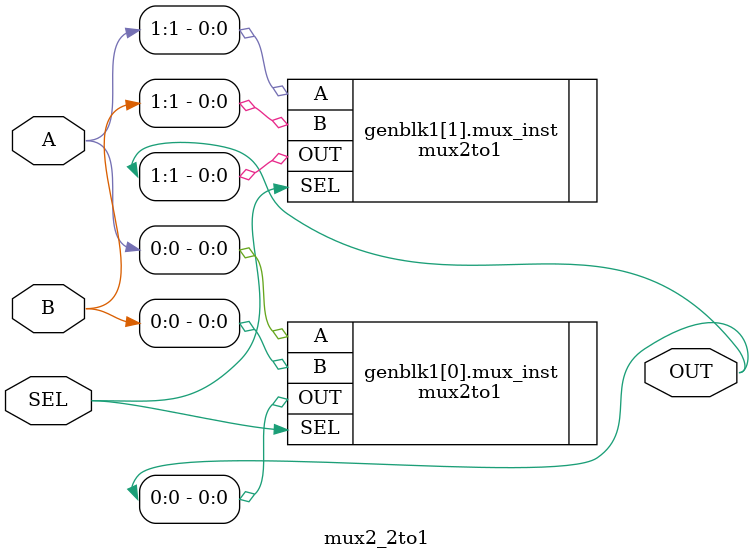
<source format=sv>

module mux2_2to1(
	output logic [1:0] OUT,
	input logic SEL,
	input logic [1:0] A,
	input logic [1:0] B
);
	genvar i;
	generate
		for (i = 0; i < 2; i ++)
		begin
			mux2to1 mux_inst(.OUT(OUT[i]), .SEL(SEL), .A(A[i]), .B(B[i]));
		end
	endgenerate
endmodule


</source>
